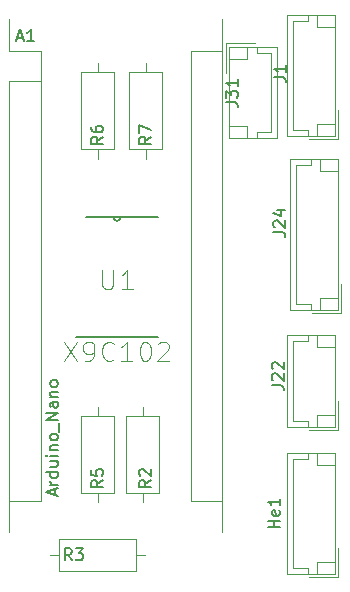
<source format=gto>
G04 #@! TF.GenerationSoftware,KiCad,Pcbnew,(5.0.1-3-g963ef8bb5)*
G04 #@! TF.CreationDate,2018-12-25T15:27:32+01:00*
G04 #@! TF.ProjectId,smarttrimix,736D6172747472696D69782E6B696361,rev?*
G04 #@! TF.SameCoordinates,Original*
G04 #@! TF.FileFunction,Legend,Top*
G04 #@! TF.FilePolarity,Positive*
%FSLAX46Y46*%
G04 Gerber Fmt 4.6, Leading zero omitted, Abs format (unit mm)*
G04 Created by KiCad (PCBNEW (5.0.1-3-g963ef8bb5)) date 2018 December 25, Tuesday 15:27:32*
%MOMM*%
%LPD*%
G01*
G04 APERTURE LIST*
%ADD10C,0.120000*%
%ADD11C,0.152400*%
%ADD12C,0.150000*%
%ADD13C,0.050000*%
G04 APERTURE END LIST*
D10*
G04 #@! TO.C,R2*
X56896000Y-92813000D02*
X56896000Y-92043000D01*
X56896000Y-84733000D02*
X56896000Y-85503000D01*
X58266000Y-92043000D02*
X58266000Y-85503000D01*
X55526000Y-92043000D02*
X58266000Y-92043000D01*
X55526000Y-85503000D02*
X55526000Y-92043000D01*
X58266000Y-85503000D02*
X55526000Y-85503000D01*
G04 #@! TO.C,R5*
X53086000Y-84733000D02*
X53086000Y-85503000D01*
X53086000Y-92813000D02*
X53086000Y-92043000D01*
X51716000Y-85503000D02*
X51716000Y-92043000D01*
X54456000Y-85503000D02*
X51716000Y-85503000D01*
X54456000Y-92043000D02*
X54456000Y-85503000D01*
X51716000Y-92043000D02*
X54456000Y-92043000D01*
G04 #@! TO.C,J22*
X73476000Y-86730000D02*
X73476000Y-84230000D01*
X70976000Y-86730000D02*
X73476000Y-86730000D01*
X71676000Y-79710000D02*
X73176000Y-79710000D01*
X71676000Y-78710000D02*
X71676000Y-79710000D01*
X71676000Y-85430000D02*
X73176000Y-85430000D01*
X71676000Y-86430000D02*
X71676000Y-85430000D01*
X70866000Y-79210000D02*
X70866000Y-78710000D01*
X69656000Y-79210000D02*
X70866000Y-79210000D01*
X69656000Y-85930000D02*
X69656000Y-79210000D01*
X70866000Y-85930000D02*
X69656000Y-85930000D01*
X70866000Y-86430000D02*
X70866000Y-85930000D01*
X69156000Y-78710000D02*
X69156000Y-86430000D01*
X73176000Y-78710000D02*
X69156000Y-78710000D01*
X73176000Y-86430000D02*
X73176000Y-78710000D01*
X69156000Y-86430000D02*
X73176000Y-86430000D01*
D11*
G04 #@! TO.C,U1*
X55041800Y-68707000D02*
G75*
G02X54432200Y-68707000I-304800J0D01*
G01*
X54432200Y-68707000D02*
X52070000Y-68707000D01*
X55041800Y-68707000D02*
X54432200Y-68707000D01*
X58216800Y-68707000D02*
X55041800Y-68707000D01*
X51257200Y-78867000D02*
X58216800Y-78867000D01*
D10*
G04 #@! TO.C,R3*
X49046000Y-97282000D02*
X49816000Y-97282000D01*
X57126000Y-97282000D02*
X56356000Y-97282000D01*
X49816000Y-98652000D02*
X56356000Y-98652000D01*
X49816000Y-95912000D02*
X49816000Y-98652000D01*
X56356000Y-95912000D02*
X49816000Y-95912000D01*
X56356000Y-98652000D02*
X56356000Y-95912000D01*
G04 #@! TO.C,R6*
X53086000Y-55650000D02*
X53086000Y-56420000D01*
X53086000Y-63730000D02*
X53086000Y-62960000D01*
X51716000Y-56420000D02*
X51716000Y-62960000D01*
X54456000Y-56420000D02*
X51716000Y-56420000D01*
X54456000Y-62960000D02*
X54456000Y-56420000D01*
X51716000Y-62960000D02*
X54456000Y-62960000D01*
G04 #@! TO.C,R7*
X57150000Y-55650000D02*
X57150000Y-56420000D01*
X57150000Y-63730000D02*
X57150000Y-62960000D01*
X55780000Y-56420000D02*
X55780000Y-62960000D01*
X58520000Y-56420000D02*
X55780000Y-56420000D01*
X58520000Y-62960000D02*
X58520000Y-56420000D01*
X55780000Y-62960000D02*
X58520000Y-62960000D01*
G04 #@! TO.C,J24*
X73730000Y-76824000D02*
X73730000Y-74324000D01*
X71230000Y-76824000D02*
X73730000Y-76824000D01*
X71930000Y-64804000D02*
X73430000Y-64804000D01*
X71930000Y-63804000D02*
X71930000Y-64804000D01*
X71930000Y-75524000D02*
X73430000Y-75524000D01*
X71930000Y-76524000D02*
X71930000Y-75524000D01*
X71120000Y-64304000D02*
X71120000Y-63804000D01*
X69910000Y-64304000D02*
X71120000Y-64304000D01*
X69910000Y-76024000D02*
X69910000Y-64304000D01*
X71120000Y-76024000D02*
X69910000Y-76024000D01*
X71120000Y-76524000D02*
X71120000Y-76024000D01*
X69410000Y-63804000D02*
X69410000Y-76524000D01*
X73430000Y-63804000D02*
X69410000Y-63804000D01*
X73430000Y-76524000D02*
X73430000Y-63804000D01*
X69410000Y-76524000D02*
X73430000Y-76524000D01*
G04 #@! TO.C,He1*
X73476000Y-99176000D02*
X73476000Y-96676000D01*
X70976000Y-99176000D02*
X73476000Y-99176000D01*
X71676000Y-89656000D02*
X73176000Y-89656000D01*
X71676000Y-88656000D02*
X71676000Y-89656000D01*
X71676000Y-97876000D02*
X73176000Y-97876000D01*
X71676000Y-98876000D02*
X71676000Y-97876000D01*
X70866000Y-89156000D02*
X70866000Y-88656000D01*
X69656000Y-89156000D02*
X70866000Y-89156000D01*
X69656000Y-98376000D02*
X69656000Y-89156000D01*
X70866000Y-98376000D02*
X69656000Y-98376000D01*
X70866000Y-98876000D02*
X70866000Y-98376000D01*
X69156000Y-88656000D02*
X69156000Y-98876000D01*
X73176000Y-88656000D02*
X69156000Y-88656000D01*
X73176000Y-98876000D02*
X73176000Y-88656000D01*
X69156000Y-98876000D02*
X73176000Y-98876000D01*
G04 #@! TO.C,J1*
X73476000Y-62092000D02*
X73476000Y-59592000D01*
X70976000Y-62092000D02*
X73476000Y-62092000D01*
X71676000Y-52572000D02*
X73176000Y-52572000D01*
X71676000Y-51572000D02*
X71676000Y-52572000D01*
X71676000Y-60792000D02*
X73176000Y-60792000D01*
X71676000Y-61792000D02*
X71676000Y-60792000D01*
X70866000Y-52072000D02*
X70866000Y-51572000D01*
X69656000Y-52072000D02*
X70866000Y-52072000D01*
X69656000Y-61292000D02*
X69656000Y-52072000D01*
X70866000Y-61292000D02*
X69656000Y-61292000D01*
X70866000Y-61792000D02*
X70866000Y-61292000D01*
X69156000Y-51572000D02*
X69156000Y-61792000D01*
X73176000Y-51572000D02*
X69156000Y-51572000D01*
X73176000Y-61792000D02*
X73176000Y-51572000D01*
X69156000Y-61792000D02*
X73176000Y-61792000D01*
G04 #@! TO.C,J31*
X63938000Y-53986000D02*
X63938000Y-56486000D01*
X66438000Y-53986000D02*
X63938000Y-53986000D01*
X65738000Y-61006000D02*
X64238000Y-61006000D01*
X65738000Y-62006000D02*
X65738000Y-61006000D01*
X65738000Y-55286000D02*
X64238000Y-55286000D01*
X65738000Y-54286000D02*
X65738000Y-55286000D01*
X66548000Y-61506000D02*
X66548000Y-62006000D01*
X67758000Y-61506000D02*
X66548000Y-61506000D01*
X67758000Y-54786000D02*
X67758000Y-61506000D01*
X66548000Y-54786000D02*
X67758000Y-54786000D01*
X66548000Y-54286000D02*
X66548000Y-54786000D01*
X68258000Y-62006000D02*
X68258000Y-54286000D01*
X64238000Y-62006000D02*
X68258000Y-62006000D01*
X64238000Y-54286000D02*
X64238000Y-62006000D01*
X68258000Y-54286000D02*
X64238000Y-54286000D01*
G04 #@! TO.C,A1*
X63630000Y-95380000D02*
X63630000Y-51940000D01*
X48260000Y-92710000D02*
X45590000Y-92710000D01*
X48260000Y-57150000D02*
X48260000Y-92710000D01*
X48260000Y-57150000D02*
X45590000Y-57150000D01*
X60960000Y-92710000D02*
X63630000Y-92710000D01*
X60960000Y-54610000D02*
X60960000Y-92710000D01*
X60960000Y-54610000D02*
X63630000Y-54610000D01*
X45590000Y-51940000D02*
X45590000Y-54610000D01*
X45590000Y-57150000D02*
X45590000Y-95380000D01*
X48260000Y-54610000D02*
X45590000Y-54610000D01*
X48260000Y-57150000D02*
X48260000Y-54610000D01*
G04 #@! TO.C,R2*
D12*
X57602380Y-90971666D02*
X57126190Y-91305000D01*
X57602380Y-91543095D02*
X56602380Y-91543095D01*
X56602380Y-91162142D01*
X56650000Y-91066904D01*
X56697619Y-91019285D01*
X56792857Y-90971666D01*
X56935714Y-90971666D01*
X57030952Y-91019285D01*
X57078571Y-91066904D01*
X57126190Y-91162142D01*
X57126190Y-91543095D01*
X56697619Y-90590714D02*
X56650000Y-90543095D01*
X56602380Y-90447857D01*
X56602380Y-90209761D01*
X56650000Y-90114523D01*
X56697619Y-90066904D01*
X56792857Y-90019285D01*
X56888095Y-90019285D01*
X57030952Y-90066904D01*
X57602380Y-90638333D01*
X57602380Y-90019285D01*
G04 #@! TO.C,R5*
X53538380Y-90971666D02*
X53062190Y-91305000D01*
X53538380Y-91543095D02*
X52538380Y-91543095D01*
X52538380Y-91162142D01*
X52586000Y-91066904D01*
X52633619Y-91019285D01*
X52728857Y-90971666D01*
X52871714Y-90971666D01*
X52966952Y-91019285D01*
X53014571Y-91066904D01*
X53062190Y-91162142D01*
X53062190Y-91543095D01*
X52538380Y-90066904D02*
X52538380Y-90543095D01*
X53014571Y-90590714D01*
X52966952Y-90543095D01*
X52919333Y-90447857D01*
X52919333Y-90209761D01*
X52966952Y-90114523D01*
X53014571Y-90066904D01*
X53109809Y-90019285D01*
X53347904Y-90019285D01*
X53443142Y-90066904D01*
X53490761Y-90114523D01*
X53538380Y-90209761D01*
X53538380Y-90447857D01*
X53490761Y-90543095D01*
X53443142Y-90590714D01*
G04 #@! TO.C,J22*
X67841880Y-82915023D02*
X68556166Y-82915023D01*
X68699023Y-82962642D01*
X68794261Y-83057880D01*
X68841880Y-83200738D01*
X68841880Y-83295976D01*
X67937119Y-82486452D02*
X67889500Y-82438833D01*
X67841880Y-82343595D01*
X67841880Y-82105500D01*
X67889500Y-82010261D01*
X67937119Y-81962642D01*
X68032357Y-81915023D01*
X68127595Y-81915023D01*
X68270452Y-81962642D01*
X68841880Y-82534071D01*
X68841880Y-81915023D01*
X67937119Y-81534071D02*
X67889500Y-81486452D01*
X67841880Y-81391214D01*
X67841880Y-81153119D01*
X67889500Y-81057880D01*
X67937119Y-81010261D01*
X68032357Y-80962642D01*
X68127595Y-80962642D01*
X68270452Y-81010261D01*
X68841880Y-81581690D01*
X68841880Y-80962642D01*
G04 #@! TO.C,U1*
D13*
X53486302Y-73142061D02*
X53486302Y-74470927D01*
X53564471Y-74627264D01*
X53642640Y-74705432D01*
X53798977Y-74783601D01*
X54111651Y-74783601D01*
X54267988Y-74705432D01*
X54346157Y-74627264D01*
X54424325Y-74470927D01*
X54424325Y-73142061D01*
X56065865Y-74783601D02*
X55127842Y-74783601D01*
X55596854Y-74783601D02*
X55596854Y-73142061D01*
X55440517Y-73376567D01*
X55284180Y-73532904D01*
X55127842Y-73611072D01*
X50242225Y-79238045D02*
X51336605Y-80879615D01*
X51336605Y-79238045D02*
X50242225Y-80879615D01*
X52040135Y-80879615D02*
X52352815Y-80879615D01*
X52509155Y-80801445D01*
X52587325Y-80723275D01*
X52743665Y-80488765D01*
X52821835Y-80176085D01*
X52821835Y-79550725D01*
X52743665Y-79394385D01*
X52665495Y-79316215D01*
X52509155Y-79238045D01*
X52196475Y-79238045D01*
X52040135Y-79316215D01*
X51961965Y-79394385D01*
X51883795Y-79550725D01*
X51883795Y-79941575D01*
X51961965Y-80097915D01*
X52040135Y-80176085D01*
X52196475Y-80254255D01*
X52509155Y-80254255D01*
X52665495Y-80176085D01*
X52743665Y-80097915D01*
X52821835Y-79941575D01*
X54463405Y-80723275D02*
X54385235Y-80801445D01*
X54150725Y-80879615D01*
X53994385Y-80879615D01*
X53759875Y-80801445D01*
X53603535Y-80645105D01*
X53525365Y-80488765D01*
X53447195Y-80176085D01*
X53447195Y-79941575D01*
X53525365Y-79628895D01*
X53603535Y-79472555D01*
X53759875Y-79316215D01*
X53994385Y-79238045D01*
X54150725Y-79238045D01*
X54385235Y-79316215D01*
X54463405Y-79394385D01*
X56026805Y-80879615D02*
X55088765Y-80879615D01*
X55557785Y-80879615D02*
X55557785Y-79238045D01*
X55401445Y-79472555D01*
X55245105Y-79628895D01*
X55088765Y-79707065D01*
X57043015Y-79238045D02*
X57199355Y-79238045D01*
X57355695Y-79316215D01*
X57433865Y-79394385D01*
X57512035Y-79550725D01*
X57590205Y-79863405D01*
X57590205Y-80254255D01*
X57512035Y-80566935D01*
X57433865Y-80723275D01*
X57355695Y-80801445D01*
X57199355Y-80879615D01*
X57043015Y-80879615D01*
X56886675Y-80801445D01*
X56808505Y-80723275D01*
X56730335Y-80566935D01*
X56652165Y-80254255D01*
X56652165Y-79863405D01*
X56730335Y-79550725D01*
X56808505Y-79394385D01*
X56886675Y-79316215D01*
X57043015Y-79238045D01*
X58215565Y-79394385D02*
X58293735Y-79316215D01*
X58450075Y-79238045D01*
X58840925Y-79238045D01*
X58997265Y-79316215D01*
X59075435Y-79394385D01*
X59153605Y-79550725D01*
X59153605Y-79707065D01*
X59075435Y-79941575D01*
X58137395Y-80879615D01*
X59153605Y-80879615D01*
G04 #@! TO.C,R3*
D12*
X50887333Y-97734380D02*
X50554000Y-97258190D01*
X50315904Y-97734380D02*
X50315904Y-96734380D01*
X50696857Y-96734380D01*
X50792095Y-96782000D01*
X50839714Y-96829619D01*
X50887333Y-96924857D01*
X50887333Y-97067714D01*
X50839714Y-97162952D01*
X50792095Y-97210571D01*
X50696857Y-97258190D01*
X50315904Y-97258190D01*
X51220666Y-96734380D02*
X51839714Y-96734380D01*
X51506380Y-97115333D01*
X51649238Y-97115333D01*
X51744476Y-97162952D01*
X51792095Y-97210571D01*
X51839714Y-97305809D01*
X51839714Y-97543904D01*
X51792095Y-97639142D01*
X51744476Y-97686761D01*
X51649238Y-97734380D01*
X51363523Y-97734380D01*
X51268285Y-97686761D01*
X51220666Y-97639142D01*
G04 #@! TO.C,R6*
X53538380Y-61888666D02*
X53062190Y-62222000D01*
X53538380Y-62460095D02*
X52538380Y-62460095D01*
X52538380Y-62079142D01*
X52586000Y-61983904D01*
X52633619Y-61936285D01*
X52728857Y-61888666D01*
X52871714Y-61888666D01*
X52966952Y-61936285D01*
X53014571Y-61983904D01*
X53062190Y-62079142D01*
X53062190Y-62460095D01*
X52538380Y-61031523D02*
X52538380Y-61222000D01*
X52586000Y-61317238D01*
X52633619Y-61364857D01*
X52776476Y-61460095D01*
X52966952Y-61507714D01*
X53347904Y-61507714D01*
X53443142Y-61460095D01*
X53490761Y-61412476D01*
X53538380Y-61317238D01*
X53538380Y-61126761D01*
X53490761Y-61031523D01*
X53443142Y-60983904D01*
X53347904Y-60936285D01*
X53109809Y-60936285D01*
X53014571Y-60983904D01*
X52966952Y-61031523D01*
X52919333Y-61126761D01*
X52919333Y-61317238D01*
X52966952Y-61412476D01*
X53014571Y-61460095D01*
X53109809Y-61507714D01*
G04 #@! TO.C,R7*
X57602380Y-61888666D02*
X57126190Y-62222000D01*
X57602380Y-62460095D02*
X56602380Y-62460095D01*
X56602380Y-62079142D01*
X56650000Y-61983904D01*
X56697619Y-61936285D01*
X56792857Y-61888666D01*
X56935714Y-61888666D01*
X57030952Y-61936285D01*
X57078571Y-61983904D01*
X57126190Y-62079142D01*
X57126190Y-62460095D01*
X56602380Y-61555333D02*
X56602380Y-60888666D01*
X57602380Y-61317238D01*
G04 #@! TO.C,J24*
X67968880Y-69961023D02*
X68683166Y-69961023D01*
X68826023Y-70008642D01*
X68921261Y-70103880D01*
X68968880Y-70246738D01*
X68968880Y-70341976D01*
X68064119Y-69532452D02*
X68016500Y-69484833D01*
X67968880Y-69389595D01*
X67968880Y-69151500D01*
X68016500Y-69056261D01*
X68064119Y-69008642D01*
X68159357Y-68961023D01*
X68254595Y-68961023D01*
X68397452Y-69008642D01*
X68968880Y-69580071D01*
X68968880Y-68961023D01*
X68302214Y-68103880D02*
X68968880Y-68103880D01*
X67921261Y-68341976D02*
X68635547Y-68580071D01*
X68635547Y-67961023D01*
G04 #@! TO.C,He1*
X68518380Y-94956476D02*
X67518380Y-94956476D01*
X67994571Y-94956476D02*
X67994571Y-94385047D01*
X68518380Y-94385047D02*
X67518380Y-94385047D01*
X68470761Y-93527904D02*
X68518380Y-93623142D01*
X68518380Y-93813619D01*
X68470761Y-93908857D01*
X68375523Y-93956476D01*
X67994571Y-93956476D01*
X67899333Y-93908857D01*
X67851714Y-93813619D01*
X67851714Y-93623142D01*
X67899333Y-93527904D01*
X67994571Y-93480285D01*
X68089809Y-93480285D01*
X68185047Y-93956476D01*
X68518380Y-92527904D02*
X68518380Y-93099333D01*
X68518380Y-92813619D02*
X67518380Y-92813619D01*
X67661238Y-92908857D01*
X67756476Y-93004095D01*
X67804095Y-93099333D01*
G04 #@! TO.C,J1*
X68032380Y-56848333D02*
X68746666Y-56848333D01*
X68889523Y-56895952D01*
X68984761Y-56991190D01*
X69032380Y-57134047D01*
X69032380Y-57229285D01*
X69032380Y-55848333D02*
X69032380Y-56419761D01*
X69032380Y-56134047D02*
X68032380Y-56134047D01*
X68175238Y-56229285D01*
X68270476Y-56324523D01*
X68318095Y-56419761D01*
G04 #@! TO.C,J31*
X63968380Y-58975523D02*
X64682666Y-58975523D01*
X64825523Y-59023142D01*
X64920761Y-59118380D01*
X64968380Y-59261238D01*
X64968380Y-59356476D01*
X63968380Y-58594571D02*
X63968380Y-57975523D01*
X64349333Y-58308857D01*
X64349333Y-58166000D01*
X64396952Y-58070761D01*
X64444571Y-58023142D01*
X64539809Y-57975523D01*
X64777904Y-57975523D01*
X64873142Y-58023142D01*
X64920761Y-58070761D01*
X64968380Y-58166000D01*
X64968380Y-58451714D01*
X64920761Y-58546952D01*
X64873142Y-58594571D01*
X64968380Y-57023142D02*
X64968380Y-57594571D01*
X64968380Y-57308857D02*
X63968380Y-57308857D01*
X64111238Y-57404095D01*
X64206476Y-57499333D01*
X64254095Y-57594571D01*
G04 #@! TO.C,A1*
X46275714Y-53506666D02*
X46751904Y-53506666D01*
X46180476Y-53792380D02*
X46513809Y-52792380D01*
X46847142Y-53792380D01*
X47704285Y-53792380D02*
X47132857Y-53792380D01*
X47418571Y-53792380D02*
X47418571Y-52792380D01*
X47323333Y-52935238D01*
X47228095Y-53030476D01*
X47132857Y-53078095D01*
X49442666Y-92233142D02*
X49442666Y-91756952D01*
X49728380Y-92328380D02*
X48728380Y-91995047D01*
X49728380Y-91661714D01*
X49728380Y-91328380D02*
X49061714Y-91328380D01*
X49252190Y-91328380D02*
X49156952Y-91280761D01*
X49109333Y-91233142D01*
X49061714Y-91137904D01*
X49061714Y-91042666D01*
X49728380Y-90280761D02*
X48728380Y-90280761D01*
X49680761Y-90280761D02*
X49728380Y-90376000D01*
X49728380Y-90566476D01*
X49680761Y-90661714D01*
X49633142Y-90709333D01*
X49537904Y-90756952D01*
X49252190Y-90756952D01*
X49156952Y-90709333D01*
X49109333Y-90661714D01*
X49061714Y-90566476D01*
X49061714Y-90376000D01*
X49109333Y-90280761D01*
X49061714Y-89376000D02*
X49728380Y-89376000D01*
X49061714Y-89804571D02*
X49585523Y-89804571D01*
X49680761Y-89756952D01*
X49728380Y-89661714D01*
X49728380Y-89518857D01*
X49680761Y-89423619D01*
X49633142Y-89376000D01*
X49728380Y-88899809D02*
X49061714Y-88899809D01*
X48728380Y-88899809D02*
X48776000Y-88947428D01*
X48823619Y-88899809D01*
X48776000Y-88852190D01*
X48728380Y-88899809D01*
X48823619Y-88899809D01*
X49061714Y-88423619D02*
X49728380Y-88423619D01*
X49156952Y-88423619D02*
X49109333Y-88376000D01*
X49061714Y-88280761D01*
X49061714Y-88137904D01*
X49109333Y-88042666D01*
X49204571Y-87995047D01*
X49728380Y-87995047D01*
X49728380Y-87376000D02*
X49680761Y-87471238D01*
X49633142Y-87518857D01*
X49537904Y-87566476D01*
X49252190Y-87566476D01*
X49156952Y-87518857D01*
X49109333Y-87471238D01*
X49061714Y-87376000D01*
X49061714Y-87233142D01*
X49109333Y-87137904D01*
X49156952Y-87090285D01*
X49252190Y-87042666D01*
X49537904Y-87042666D01*
X49633142Y-87090285D01*
X49680761Y-87137904D01*
X49728380Y-87233142D01*
X49728380Y-87376000D01*
X49823619Y-86852190D02*
X49823619Y-86090285D01*
X49728380Y-85852190D02*
X48728380Y-85852190D01*
X49728380Y-85280761D01*
X48728380Y-85280761D01*
X49728380Y-84376000D02*
X49204571Y-84376000D01*
X49109333Y-84423619D01*
X49061714Y-84518857D01*
X49061714Y-84709333D01*
X49109333Y-84804571D01*
X49680761Y-84376000D02*
X49728380Y-84471238D01*
X49728380Y-84709333D01*
X49680761Y-84804571D01*
X49585523Y-84852190D01*
X49490285Y-84852190D01*
X49395047Y-84804571D01*
X49347428Y-84709333D01*
X49347428Y-84471238D01*
X49299809Y-84376000D01*
X49061714Y-83899809D02*
X49728380Y-83899809D01*
X49156952Y-83899809D02*
X49109333Y-83852190D01*
X49061714Y-83756952D01*
X49061714Y-83614095D01*
X49109333Y-83518857D01*
X49204571Y-83471238D01*
X49728380Y-83471238D01*
X49728380Y-82852190D02*
X49680761Y-82947428D01*
X49633142Y-82995047D01*
X49537904Y-83042666D01*
X49252190Y-83042666D01*
X49156952Y-82995047D01*
X49109333Y-82947428D01*
X49061714Y-82852190D01*
X49061714Y-82709333D01*
X49109333Y-82614095D01*
X49156952Y-82566476D01*
X49252190Y-82518857D01*
X49537904Y-82518857D01*
X49633142Y-82566476D01*
X49680761Y-82614095D01*
X49728380Y-82709333D01*
X49728380Y-82852190D01*
G04 #@! TD*
M02*

</source>
